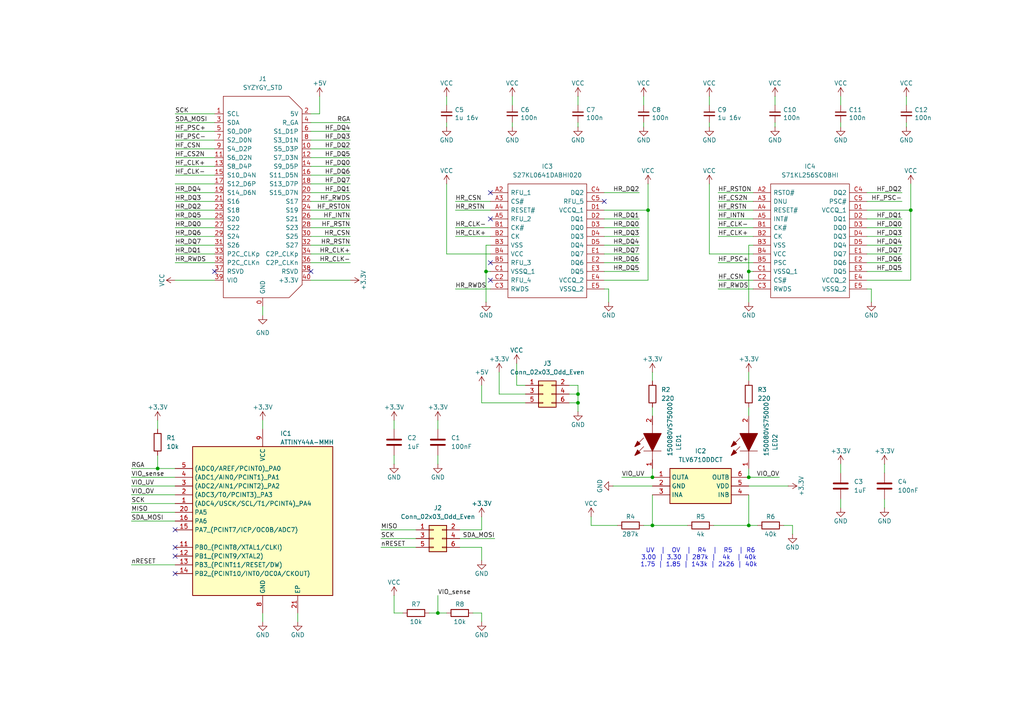
<source format=kicad_sch>
(kicad_sch (version 20231120) (generator "eeschema") (generator_version "8.0")
  (paper "A4")
  (lib_symbols
    (symbol "Connector_Generic:Conn_02x03_Odd_Even" (pin_names (offset 1.016) hide)
      (property "Reference" "J" (at 1.27 5.08 0))
      (property "Value" "Conn_02x03_Odd_Even" (at 1.27 -5.08 0))
      (symbol "Conn_02x03_Odd_Even_1_1"
        (pin passive line (at -5.08 2.54 0) (length 3.81) (name "Pin_1") (number "1"))
        (pin passive line (at 7.62 2.54 180) (length 3.81) (name "Pin_2") (number "2"))
        (pin passive line (at -5.08 0 0) (length 3.81) (name "Pin_3") (number "3"))
        (pin passive line (at 7.62 0 180) (length 3.81) (name "Pin_4") (number "4"))
        (pin passive line (at -5.08 -2.54 0) (length 3.81) (name "Pin_5") (number "5"))
        (pin passive line (at 7.62 -2.54 180) (length 3.81) (name "Pin_6") (number "6"))
      )
    )
    (symbol "Device:C" (pin_numbers hide) (pin_names (offset 0.254))
      (property "Reference" "C" (at 0.635 2.54 0))
      (property "Value" "C" (at 0.635 -2.54 0))
      (symbol "C_1_1"
        (pin passive line (at 0 3.81 270) (length 2.794) (name "~") (number "1"))
        (pin passive line (at 0 -3.81 90) (length 2.794) (name "~") (number "2"))
      )
    )
    (symbol "Device:C_Small" (pin_numbers hide) (pin_names (offset 0.254) hide)
      (property "Reference" "C" (at 0.254 1.778 0))
      (property "Value" "C_Small" (at 0.254 -2.032 0))
      (symbol "C_Small_1_1"
        (pin passive line (at 0 2.54 270) (length 2.032) (name "~") (number "1"))
        (pin passive line (at 0 -2.54 90) (length 2.032) (name "~") (number "2"))
      )
    )
    (symbol "Device:R" (pin_numbers hide) (pin_names (offset 0))
      (property "Reference" "R" (at 2.032 0 90))
      (property "Value" "R" (at 0 0 90))
      (symbol "R_1_1"
        (pin passive line (at 0 3.81 270) (length 1.27) (name "~") (number "1"))
        (pin passive line (at 0 -3.81 90) (length 1.27) (name "~") (number "2"))
      )
    )
    (symbol "GND_1" (power) (pin_numbers hide) (pin_names (offset 0) hide)
      (property "Value" "GND" (at 0 -3.81 0))
      (symbol "GND_1_1_1"
        (pin power_in line (at 0 0 270) (length 0) (name "~") (number "1"))
      )
    )
    (symbol "power:+3.3V" (power) (pin_numbers hide) (pin_names (offset 0) hide)
      (property "Value" "+3.3V" (at 0 3.556 0))
      (symbol "+3.3V_1_1"
        (pin power_in line (at 0 0 90) (length 0) (name "~") (number "1"))
      )
    )
    (symbol "power:+5V" (power) (pin_numbers hide) (pin_names (offset 0) hide)
      (property "Value" "+5V" (at 0 3.556 0))
      (symbol "+5V_1_1"
        (pin power_in line (at 0 0 90) (length 0) (name "~") (number "1"))
      )
    )
    (symbol "power:GND" (power) (pin_numbers hide) (pin_names (offset 0) hide)
      (property "Value" "GND" (at 0 -3.81 0))
      (symbol "GND_1_1"
        (pin power_in line (at 0 0 270) (length 0) (name "~") (number "1"))
      )
    )
    (symbol "power:VCC" (power) (pin_numbers hide) (pin_names (offset 0) hide)
      (property "Value" "VCC" (at 0 3.556 0))
      (symbol "VCC_1_1"
        (pin power_in line (at 0 0 90) (length 0) (name "~") (number "1"))
      )
    )
    (symbol "syzygy-hyperram-hyperflash:150080BS75000" (pin_names (offset 0.762))
      (property "Reference" "LED" (at 12.7 8.89 0))
      (property "Value" "150080BS75000" (at 12.7 6.35 0))
      (symbol "150080BS75000_0_0"
        (pin passive line (at 0 0 0) (length 2.54) (name "~") (number "1"))
        (pin passive line (at 15.24 0 180) (length 2.54) (name "~") (number "2"))
      )
    )
    (symbol "syzygy-hyperram-hyperflash:150080VS75000" (pin_names (offset 0.762))
      (property "Reference" "LED" (at 12.7 8.89 0))
      (property "Value" "150080VS75000" (at 12.7 6.35 0))
      (symbol "150080VS75000_0_0"
        (pin passive line (at 0 0 0) (length 2.54) (name "~") (number "1"))
        (pin passive line (at 15.24 0 180) (length 2.54) (name "~") (number "2"))
      )
    )
    (symbol "syzygy-hyperram-hyperflash:ATTINY44A-MMH"
      (property "Reference" "IC" (at 46.736 11.43 0))
      (property "Value" "ATTINY44A-MMH" (at 46.736 8.89 0))
      (symbol "ATTINY44A-MMH_1_1"
        (pin passive line (at 0 -10.16 0) (length 5.08) (name "(ADC4/USCK/SCL/T1/PCINT4)_PA4") (number "1"))
        (pin passive line (at 0 -22.86 0) (length 5.08) (name "PB0_(PCINT8/XTAL1/CLKI)") (number "11"))
        (pin passive line (at 0 -25.4 0) (length 5.08) (name "PB1_(PCINT9/XTAL2)") (number "12"))
        (pin passive line (at 0 -27.94 0) (length 5.08) (name "PB3_(PCINT11/RESET/DW)") (number "13"))
        (pin passive line (at 0 -30.48 0) (length 5.08) (name "PB2_(PCINT10/INT0/OC0A/CKOUT)") (number "14"))
        (pin passive line (at 0 -17.78 0) (length 5.08) (name "PA7_(PCINT7/ICP/OC0B/ADC7)") (number "15"))
        (pin passive line (at 0 -15.24 0) (length 5.08) (name "PA6") (number "16"))
        (pin passive line (at 0 -7.62 0) (length 5.08) (name "(ADC3/T0/PCINT3)_PA3") (number "2"))
        (pin passive line (at 0 -12.7 0) (length 5.08) (name "PA5") (number "20"))
        (pin passive line (at 35.56 -41.91 90) (length 5.08) (name "EP") (number "21"))
        (pin passive line (at 0 -5.08 0) (length 5.08) (name "(ADC2/AIN1/PCINT2)_PA2") (number "3"))
        (pin passive line (at 0 -2.54 0) (length 5.08) (name "(ADC1/AIN0/PCINT1)_PA1") (number "4"))
        (pin passive line (at 0 0 0) (length 5.08) (name "(ADC0/AREF/PCINT0)_PA0") (number "5"))
        (pin passive line (at 25.4 -41.91 90) (length 5.08) (name "GND") (number "8"))
        (pin passive line (at 25.4 11.43 270) (length 5.08) (name "VCC") (number "9"))
      )
    )
    (symbol "syzygy-hyperram-hyperflash:S26KL128SDABHI020" (pin_names (offset 0.762))
      (property "Reference" "IC" (at 29.21 7.62 0))
      (property "Value" "S26KL128SDABHI020" (at 29.21 5.08 0))
      (symbol "S26KL128SDABHI020_0_0"
        (pin passive line (at 0 0 0) (length 5.08) (name "RSTO#") (number "A2"))
        (pin passive line (at 0 -2.54 0) (length 5.08) (name "DNU") (number "A3"))
        (pin passive line (at 0 -5.08 0) (length 5.08) (name "RESET#") (number "A4"))
        (pin passive line (at 0 -7.62 0) (length 5.08) (name "INT#") (number "A5"))
        (pin passive line (at 0 -10.16 0) (length 5.08) (name "CK#") (number "B1"))
        (pin passive line (at 0 -12.7 0) (length 5.08) (name "CK") (number "B2"))
        (pin passive line (at 0 -15.24 0) (length 5.08) (name "VSS") (number "B3"))
        (pin passive line (at 0 -17.78 0) (length 5.08) (name "VCC") (number "B4"))
        (pin passive line (at 0 -20.32 0) (length 5.08) (name "PSC") (number "B5"))
        (pin passive line (at 0 -22.86 0) (length 5.08) (name "VSSQ_1") (number "C1"))
        (pin passive line (at 0 -25.4 0) (length 5.08) (name "CS#") (number "C2"))
        (pin passive line (at 0 -27.94 0) (length 5.08) (name "RWDS") (number "C3"))
        (pin passive line (at 33.02 0 180) (length 5.08) (name "DQ2") (number "C4"))
        (pin passive line (at 33.02 -2.54 180) (length 5.08) (name "PSC#") (number "C5"))
        (pin passive line (at 33.02 -5.08 180) (length 5.08) (name "VCCQ_1") (number "D1"))
        (pin passive line (at 33.02 -7.62 180) (length 5.08) (name "DQ1") (number "D2"))
        (pin passive line (at 33.02 -10.16 180) (length 5.08) (name "DQ0") (number "D3"))
        (pin passive line (at 33.02 -12.7 180) (length 5.08) (name "DQ3") (number "D4"))
        (pin passive line (at 33.02 -15.24 180) (length 5.08) (name "DQ4") (number "D5"))
        (pin passive line (at 33.02 -17.78 180) (length 5.08) (name "DQ7") (number "E1"))
        (pin passive line (at 33.02 -20.32 180) (length 5.08) (name "DQ6") (number "E2"))
        (pin passive line (at 33.02 -22.86 180) (length 5.08) (name "DQ5") (number "E3"))
        (pin passive line (at 33.02 -25.4 180) (length 5.08) (name "VCCQ_2") (number "E4"))
        (pin passive line (at 33.02 -27.94 180) (length 5.08) (name "VSSQ_2") (number "E5"))
      )
    )
    (symbol "syzygy-hyperram-hyperflash:S27KL0641DABHI020" (pin_names (offset 0.762))
      (property "Reference" "IC" (at 29.21 7.62 0))
      (property "Value" "S27KL0641DABHI020" (at 29.21 5.08 0))
      (symbol "S27KL0641DABHI020_0_0"
        (pin passive line (at 0 0 0) (length 5.08) (name "RFU_1") (number "A2"))
        (pin passive line (at 0 -2.54 0) (length 5.08) (name "CS#") (number "A3"))
        (pin passive line (at 0 -5.08 0) (length 5.08) (name "RESET#") (number "A4"))
        (pin passive line (at 0 -7.62 0) (length 5.08) (name "RFU_2") (number "A5"))
        (pin passive line (at 0 -10.16 0) (length 5.08) (name "CK#") (number "B1"))
        (pin passive line (at 0 -12.7 0) (length 5.08) (name "CK") (number "B2"))
        (pin power_in line (at 0 -15.24 0) (length 5.08) (name "VSS") (number "B3"))
        (pin power_in line (at 0 -17.78 0) (length 5.08) (name "VCC") (number "B4"))
        (pin passive line (at 0 -20.32 0) (length 5.08) (name "RFU_3") (number "B5"))
        (pin power_in line (at 0 -22.86 0) (length 5.08) (name "VSSQ_1") (number "C1"))
        (pin passive line (at 0 -25.4 0) (length 5.08) (name "RFU_4") (number "C2"))
        (pin passive line (at 0 -27.94 0) (length 5.08) (name "RWDS") (number "C3"))
        (pin passive line (at 33.02 0 180) (length 5.08) (name "DQ2") (number "C4"))
        (pin passive line (at 33.02 -2.54 180) (length 5.08) (name "RFU_5") (number "C5"))
        (pin power_in line (at 33.02 -5.08 180) (length 5.08) (name "VCCQ_1") (number "D1"))
        (pin passive line (at 33.02 -7.62 180) (length 5.08) (name "DQ1") (number "D2"))
        (pin passive line (at 33.02 -10.16 180) (length 5.08) (name "DQ0") (number "D3"))
        (pin passive line (at 33.02 -12.7 180) (length 5.08) (name "DQ3") (number "D4"))
        (pin passive line (at 33.02 -15.24 180) (length 5.08) (name "DQ4") (number "D5"))
        (pin passive line (at 33.02 -17.78 180) (length 5.08) (name "DQ7") (number "E1"))
        (pin passive line (at 33.02 -20.32 180) (length 5.08) (name "DQ6") (number "E2"))
        (pin passive line (at 33.02 -22.86 180) (length 5.08) (name "DQ5") (number "E3"))
        (pin power_in line (at 33.02 -25.4 180) (length 5.08) (name "VCCQ_2") (number "E4"))
        (pin power_in line (at 33.02 -27.94 180) (length 5.08) (name "VSSQ_2") (number "E5"))
      )
    )
    (symbol "syzygy-hyperram-hyperflash:SYZYGY_STD" (pin_names (offset 1.016))
      (property "Reference" "J" (at -10.16 30.48 0))
      (property "Value" "SYZYGY_STD" (at -10.16 27.94 0))
      (symbol "SYZYGY_STD_1_1"
        (pin passive line (at 0 -34.29 90) (length 2.54) (name "GND") (number "0"))
        (pin passive line (at -13.97 21.59 0) (length 2.54) (name "SCL") (number "1"))
        (pin passive line (at 13.97 11.43 180) (length 2.54) (name "S5_D3P") (number "10"))
        (pin passive line (at -13.97 8.89 0) (length 2.54) (name "S6_D2N") (number "11"))
        (pin passive line (at 13.97 8.89 180) (length 2.54) (name "S7_D3N") (number "12"))
        (pin passive line (at -13.97 6.35 0) (length 2.54) (name "S8_D4P") (number "13"))
        (pin passive line (at 13.97 6.35 180) (length 2.54) (name "S9_D5P") (number "14"))
        (pin passive line (at -13.97 3.81 0) (length 2.54) (name "S10_D4N") (number "15"))
        (pin passive line (at 13.97 3.81 180) (length 2.54) (name "S11_D5N") (number "16"))
        (pin passive line (at -13.97 1.27 0) (length 2.54) (name "S12_D6P") (number "17"))
        (pin passive line (at 13.97 1.27 180) (length 2.54) (name "S13_D7P") (number "18"))
        (pin passive line (at -13.97 -1.27 0) (length 2.54) (name "S14_D6N") (number "19"))
        (pin power_out line (at 13.97 21.59 180) (length 2.54) (name "5V") (number "2"))
        (pin passive line (at 13.97 -1.27 180) (length 2.54) (name "S15_D7N") (number "20"))
        (pin passive line (at -13.97 -3.81 0) (length 2.54) (name "S16") (number "21"))
        (pin passive line (at 13.97 -3.81 180) (length 2.54) (name "S17") (number "22"))
        (pin passive line (at -13.97 -6.35 0) (length 2.54) (name "S18") (number "23"))
        (pin passive line (at 13.97 -6.35 180) (length 2.54) (name "S19") (number "24"))
        (pin passive line (at -13.97 -8.89 0) (length 2.54) (name "S20") (number "25"))
        (pin passive line (at 13.97 -8.89 180) (length 2.54) (name "S21") (number "26"))
        (pin passive line (at -13.97 -11.43 0) (length 2.54) (name "S22") (number "27"))
        (pin passive line (at 13.97 -11.43 180) (length 2.54) (name "S23") (number "28"))
        (pin passive line (at -13.97 -13.97 0) (length 2.54) (name "S24") (number "29"))
        (pin passive line (at -13.97 19.05 0) (length 2.54) (name "SDA") (number "3"))
        (pin passive line (at 13.97 -13.97 180) (length 2.54) (name "S25") (number "30"))
        (pin passive line (at -13.97 -16.51 0) (length 2.54) (name "S26") (number "31"))
        (pin passive line (at 13.97 -16.51 180) (length 2.54) (name "S27") (number "32"))
        (pin passive line (at -13.97 -19.05 0) (length 2.54) (name "P2C_CLKp") (number "33"))
        (pin passive line (at 13.97 -19.05 180) (length 2.54) (name "C2P_CLKp") (number "34"))
        (pin passive line (at -13.97 -21.59 0) (length 2.54) (name "P2C_CLKn") (number "35"))
        (pin passive line (at 13.97 -21.59 180) (length 2.54) (name "C2P_CLKn") (number "36"))
        (pin passive line (at -13.97 -24.13 0) (length 2.54) (name "RSVD") (number "37"))
        (pin passive line (at 13.97 -24.13 180) (length 2.54) (name "RSVD") (number "38"))
        (pin power_out line (at -13.97 -26.67 0) (length 2.54) (name "VIO") (number "39"))
        (pin passive line (at 13.97 19.05 180) (length 2.54) (name "R_GA") (number "4"))
        (pin power_out line (at 13.97 -26.67 180) (length 2.54) (name "+3.3V") (number "40"))
        (pin passive line (at -13.97 16.51 0) (length 2.54) (name "S0_D0P") (number "5"))
        (pin passive line (at 13.97 16.51 180) (length 2.54) (name "S1_D1P") (number "6"))
        (pin passive line (at -13.97 13.97 0) (length 2.54) (name "S2_D0N") (number "7"))
        (pin passive line (at 13.97 13.97 180) (length 2.54) (name "S3_D1N") (number "8"))
        (pin passive line (at -13.97 11.43 0) (length 2.54) (name "S4_D2P") (number "9"))
      )
    )
    (symbol "syzygy-hyperram-hyperflash:TLV6710DDCT"
      (property "Reference" "IC" (at 24.13 7.62 0))
      (property "Value" "TLV6710DDCT" (at 24.13 5.08 0))
      (symbol "TLV6710DDCT_1_1"
        (pin passive line (at 0 0 0) (length 5.08) (name "OUTA") (number "1"))
        (pin passive line (at 0 -2.54 0) (length 5.08) (name "GND") (number "2"))
        (pin passive line (at 0 -5.08 0) (length 5.08) (name "INA") (number "3"))
        (pin passive line (at 27.94 -5.08 180) (length 5.08) (name "INB") (number "4"))
        (pin passive line (at 27.94 -2.54 180) (length 5.08) (name "VDD") (number "5"))
        (pin passive line (at 27.94 0 180) (length 5.08) (name "OUTB") (number "6"))
      )
    )
  )
  (junction (at 189.23 152.4))
  (junction (at 187.96 60.96))
  (junction (at 217.17 138.43))
  (junction (at 140.97 78.74))
  (junction (at 264.16 60.96))
  (junction (at 167.64 114.3))
  (junction (at 217.17 152.4))
  (junction (at 167.64 116.84))
  (junction (at 127 177.8))
  (junction (at 189.23 138.43))
  (junction (at 45.72 135.89))
  (junction (at 217.17 78.74))
  (no_connect (at 142.24 76.2))
  (no_connect (at 175.26 58.42))
  (no_connect (at 50.8 161.29))
  (no_connect (at 50.8 158.75))
  (no_connect (at 50.8 153.67))
  (no_connect (at 142.24 55.88))
  (no_connect (at 142.24 81.28))
  (no_connect (at 90.17 78.74))
  (no_connect (at 50.8 166.37))
  (no_connect (at 62.23 78.74))
  (no_connect (at 142.24 63.5))
  (wire (pts (xy 167.64 116.84) (xy 167.64 119.38)))
  (wire (pts (xy 139.7 111.76) (xy 139.7 116.84)))
  (wire (pts (xy 76.2 88.9) (xy 76.2 91.44)))
  (wire (pts (xy 132.08 66.04) (xy 142.24 66.04)))
  (wire (pts (xy 167.64 111.76) (xy 167.64 114.3)))
  (wire (pts (xy 90.17 71.12) (xy 101.6 71.12)))
  (wire (pts (xy 208.28 58.42) (xy 218.44 58.42)))
  (wire (pts (xy 177.8 140.97) (xy 189.23 140.97)))
  (wire (pts (xy 90.17 55.88) (xy 101.6 55.88)))
  (wire (pts (xy 90.17 66.04) (xy 101.6 66.04)))
  (wire (pts (xy 38.1 138.43) (xy 50.8 138.43)))
  (wire (pts (xy 114.3 121.92) (xy 114.3 124.46)))
  (wire (pts (xy 38.1 148.59) (xy 50.8 148.59)))
  (wire (pts (xy 217.17 78.74) (xy 217.17 87.63)))
  (wire (pts (xy 217.17 140.97) (xy 228.6 140.97)))
  (wire (pts (xy 256.54 134.62) (xy 256.54 137.16)))
  (wire (pts (xy 90.17 48.26) (xy 101.6 48.26)))
  (wire (pts (xy 176.53 83.82) (xy 175.26 83.82)))
  (wire (pts (xy 175.26 78.74) (xy 185.42 78.74)))
  (wire (pts (xy 165.1 116.84) (xy 167.64 116.84)))
  (wire (pts (xy 262.89 27.94) (xy 262.89 30.48)))
  (wire (pts (xy 189.23 118.11) (xy 189.23 120.65)))
  (wire (pts (xy 90.17 35.56) (xy 101.6 35.56)))
  (wire (pts (xy 187.96 60.96) (xy 187.96 81.28)))
  (wire (pts (xy 50.8 33.02) (xy 62.23 33.02)))
  (wire (pts (xy 243.84 35.56) (xy 243.84 36.83)))
  (wire (pts (xy 175.26 68.58) (xy 185.42 68.58)))
  (wire (pts (xy 251.46 63.5) (xy 261.62 63.5)))
  (wire (pts (xy 205.74 73.66) (xy 218.44 73.66)))
  (wire (pts (xy 165.1 114.3) (xy 167.64 114.3)))
  (wire (pts (xy 205.74 53.34) (xy 205.74 73.66)))
  (wire (pts (xy 90.17 76.2) (xy 101.6 76.2)))
  (wire (pts (xy 144.78 107.95) (xy 144.78 114.3)))
  (wire (pts (xy 50.8 73.66) (xy 62.23 73.66)))
  (wire (pts (xy 252.73 83.82) (xy 251.46 83.82)))
  (wire (pts (xy 252.73 87.63) (xy 252.73 83.82)))
  (wire (pts (xy 127 172.72) (xy 127 177.8)))
  (wire (pts (xy 129.54 73.66) (xy 142.24 73.66)))
  (wire (pts (xy 139.7 116.84) (xy 152.4 116.84)))
  (wire (pts (xy 110.49 158.75) (xy 120.65 158.75)))
  (wire (pts (xy 256.54 144.78) (xy 256.54 147.32)))
  (wire (pts (xy 217.17 143.51) (xy 217.17 152.4)))
  (wire (pts (xy 38.1 135.89) (xy 45.72 135.89)))
  (wire (pts (xy 50.8 81.28) (xy 62.23 81.28)))
  (wire (pts (xy 167.64 27.94) (xy 167.64 30.48)))
  (wire (pts (xy 171.45 152.4) (xy 179.07 152.4)))
  (wire (pts (xy 175.26 60.96) (xy 187.96 60.96)))
  (wire (pts (xy 208.28 60.96) (xy 218.44 60.96)))
  (wire (pts (xy 90.17 60.96) (xy 101.6 60.96)))
  (wire (pts (xy 180.34 138.43) (xy 189.23 138.43)))
  (wire (pts (xy 251.46 76.2) (xy 261.62 76.2)))
  (wire (pts (xy 189.23 107.95) (xy 189.23 110.49)))
  (wire (pts (xy 110.49 153.67) (xy 120.65 153.67)))
  (wire (pts (xy 90.17 43.18) (xy 101.6 43.18)))
  (wire (pts (xy 186.69 35.56) (xy 186.69 36.83)))
  (wire (pts (xy 217.17 71.12) (xy 217.17 78.74)))
  (wire (pts (xy 140.97 78.74) (xy 140.97 87.63)))
  (wire (pts (xy 50.8 53.34) (xy 62.23 53.34)))
  (wire (pts (xy 142.24 78.74) (xy 140.97 78.74)))
  (wire (pts (xy 149.86 105.41) (xy 149.86 111.76)))
  (wire (pts (xy 50.8 66.04) (xy 62.23 66.04)))
  (wire (pts (xy 227.33 152.4) (xy 229.87 152.4)))
  (wire (pts (xy 86.36 177.8) (xy 86.36 180.34)))
  (wire (pts (xy 207.01 152.4) (xy 217.17 152.4)))
  (wire (pts (xy 50.8 45.72) (xy 62.23 45.72)))
  (wire (pts (xy 243.84 27.94) (xy 243.84 30.48)))
  (wire (pts (xy 137.16 177.8) (xy 139.7 177.8)))
  (wire (pts (xy 133.35 153.67) (xy 139.7 153.67)))
  (wire (pts (xy 208.28 55.88) (xy 218.44 55.88)))
  (wire (pts (xy 76.2 177.8) (xy 76.2 180.34)))
  (wire (pts (xy 90.17 38.1) (xy 101.6 38.1)))
  (wire (pts (xy 171.45 152.4) (xy 171.45 149.86)))
  (wire (pts (xy 139.7 158.75) (xy 139.7 162.56)))
  (wire (pts (xy 229.87 152.4) (xy 229.87 154.94)))
  (wire (pts (xy 50.8 40.64) (xy 62.23 40.64)))
  (wire (pts (xy 142.24 71.12) (xy 140.97 71.12)))
  (wire (pts (xy 50.8 50.8) (xy 62.23 50.8)))
  (wire (pts (xy 208.28 68.58) (xy 218.44 68.58)))
  (wire (pts (xy 224.79 35.56) (xy 224.79 36.83)))
  (wire (pts (xy 50.8 48.26) (xy 62.23 48.26)))
  (wire (pts (xy 38.1 140.97) (xy 50.8 140.97)))
  (wire (pts (xy 129.54 27.94) (xy 129.54 30.48)))
  (wire (pts (xy 251.46 81.28) (xy 264.16 81.28)))
  (wire (pts (xy 90.17 50.8) (xy 101.6 50.8)))
  (wire (pts (xy 205.74 27.94) (xy 205.74 30.48)))
  (wire (pts (xy 208.28 66.04) (xy 218.44 66.04)))
  (wire (pts (xy 175.26 55.88) (xy 185.42 55.88)))
  (wire (pts (xy 218.44 71.12) (xy 217.17 71.12)))
  (wire (pts (xy 50.8 38.1) (xy 62.23 38.1)))
  (wire (pts (xy 264.16 60.96) (xy 264.16 81.28)))
  (wire (pts (xy 50.8 55.88) (xy 62.23 55.88)))
  (wire (pts (xy 167.64 35.56) (xy 167.64 36.83)))
  (wire (pts (xy 50.8 68.58) (xy 62.23 68.58)))
  (wire (pts (xy 76.2 121.92) (xy 76.2 124.46)))
  (wire (pts (xy 90.17 33.02) (xy 92.71 33.02)))
  (wire (pts (xy 189.23 152.4) (xy 186.69 152.4)))
  (wire (pts (xy 218.44 78.74) (xy 217.17 78.74)))
  (wire (pts (xy 50.8 35.56) (xy 62.23 35.56)))
  (wire (pts (xy 90.17 63.5) (xy 101.6 63.5)))
  (wire (pts (xy 217.17 152.4) (xy 219.71 152.4)))
  (wire (pts (xy 129.54 53.34) (xy 129.54 73.66)))
  (wire (pts (xy 90.17 40.64) (xy 101.6 40.64)))
  (wire (pts (xy 205.74 35.56) (xy 205.74 36.83)))
  (wire (pts (xy 217.17 118.11) (xy 217.17 120.65)))
  (wire (pts (xy 224.79 27.94) (xy 224.79 30.48)))
  (wire (pts (xy 38.1 151.13) (xy 50.8 151.13)))
  (wire (pts (xy 217.17 138.43) (xy 226.06 138.43)))
  (wire (pts (xy 251.46 60.96) (xy 264.16 60.96)))
  (wire (pts (xy 208.28 81.28) (xy 218.44 81.28)))
  (wire (pts (xy 175.26 66.04) (xy 185.42 66.04)))
  (wire (pts (xy 189.23 143.51) (xy 189.23 152.4)))
  (wire (pts (xy 92.71 33.02) (xy 92.71 27.94)))
  (wire (pts (xy 175.26 63.5) (xy 185.42 63.5)))
  (wire (pts (xy 208.28 63.5) (xy 218.44 63.5)))
  (wire (pts (xy 187.96 53.34) (xy 187.96 60.96)))
  (wire (pts (xy 208.28 76.2) (xy 218.44 76.2)))
  (wire (pts (xy 50.8 71.12) (xy 62.23 71.12)))
  (wire (pts (xy 251.46 55.88) (xy 261.62 55.88)))
  (wire (pts (xy 50.8 60.96) (xy 62.23 60.96)))
  (wire (pts (xy 149.86 111.76) (xy 152.4 111.76)))
  (wire (pts (xy 175.26 76.2) (xy 185.42 76.2)))
  (wire (pts (xy 90.17 53.34) (xy 101.6 53.34)))
  (wire (pts (xy 90.17 58.42) (xy 101.6 58.42)))
  (wire (pts (xy 38.1 143.51) (xy 50.8 143.51)))
  (wire (pts (xy 127 177.8) (xy 129.54 177.8)))
  (wire (pts (xy 132.08 60.96) (xy 142.24 60.96)))
  (wire (pts (xy 251.46 78.74) (xy 261.62 78.74)))
  (wire (pts (xy 129.54 35.56) (xy 129.54 36.83)))
  (wire (pts (xy 262.89 35.56) (xy 262.89 36.83)))
  (wire (pts (xy 175.26 73.66) (xy 185.42 73.66)))
  (wire (pts (xy 167.64 114.3) (xy 167.64 116.84)))
  (wire (pts (xy 243.84 144.78) (xy 243.84 147.32)))
  (wire (pts (xy 148.59 27.94) (xy 148.59 30.48)))
  (wire (pts (xy 132.08 58.42) (xy 142.24 58.42)))
  (wire (pts (xy 175.26 71.12) (xy 185.42 71.12)))
  (wire (pts (xy 186.69 27.94) (xy 186.69 30.48)))
  (wire (pts (xy 251.46 66.04) (xy 261.62 66.04)))
  (wire (pts (xy 90.17 73.66) (xy 101.6 73.66)))
  (wire (pts (xy 110.49 156.21) (xy 120.65 156.21)))
  (wire (pts (xy 165.1 111.76) (xy 167.64 111.76)))
  (wire (pts (xy 38.1 163.83) (xy 50.8 163.83)))
  (wire (pts (xy 127 132.08) (xy 127 134.62)))
  (wire (pts (xy 114.3 177.8) (xy 116.84 177.8)))
  (wire (pts (xy 50.8 76.2) (xy 62.23 76.2)))
  (wire (pts (xy 114.3 172.72) (xy 114.3 177.8)))
  (wire (pts (xy 90.17 45.72) (xy 101.6 45.72)))
  (wire (pts (xy 132.08 83.82) (xy 142.24 83.82)))
  (wire (pts (xy 45.72 135.89) (xy 50.8 135.89)))
  (wire (pts (xy 189.23 152.4) (xy 199.39 152.4)))
  (wire (pts (xy 139.7 153.67) (xy 139.7 149.86)))
  (wire (pts (xy 208.28 83.82) (xy 218.44 83.82)))
  (wire (pts (xy 176.53 87.63) (xy 176.53 83.82)))
  (wire (pts (xy 45.72 132.08) (xy 45.72 135.89)))
  (wire (pts (xy 50.8 63.5) (xy 62.23 63.5)))
  (wire (pts (xy 132.08 68.58) (xy 142.24 68.58)))
  (wire (pts (xy 189.23 135.89) (xy 189.23 138.43)))
  (wire (pts (xy 133.35 158.75) (xy 139.7 158.75)))
  (wire (pts (xy 50.8 43.18) (xy 62.23 43.18)))
  (wire (pts (xy 251.46 58.42) (xy 261.62 58.42)))
  (wire (pts (xy 127 121.92) (xy 127 124.46)))
  (wire (pts (xy 90.17 68.58) (xy 101.6 68.58)))
  (wire (pts (xy 124.46 177.8) (xy 127 177.8)))
  (wire (pts (xy 264.16 53.34) (xy 264.16 60.96)))
  (wire (pts (xy 50.8 58.42) (xy 62.23 58.42)))
  (wire (pts (xy 133.35 156.21) (xy 143.51 156.21)))
  (wire (pts (xy 217.17 135.89) (xy 217.17 138.43)))
  (wire (pts (xy 140.97 71.12) (xy 140.97 78.74)))
  (wire (pts (xy 148.59 35.56) (xy 148.59 36.83)))
  (wire (pts (xy 251.46 71.12) (xy 261.62 71.12)))
  (wire (pts (xy 251.46 68.58) (xy 261.62 68.58)))
  (wire (pts (xy 114.3 132.08) (xy 114.3 134.62)))
  (wire (pts (xy 175.26 81.28) (xy 187.96 81.28)))
  (wire (pts (xy 90.17 81.28) (xy 101.6 81.28)))
  (wire (pts (xy 217.17 107.95) (xy 217.17 110.49)))
  (wire (pts (xy 45.72 121.92) (xy 45.72 124.46)))
  (wire (pts (xy 38.1 146.05) (xy 50.8 146.05)))
  (wire (pts (xy 243.84 134.62) (xy 243.84 137.16)))
  (wire (pts (xy 144.78 114.3) (xy 152.4 114.3)))
  (wire (pts (xy 139.7 177.8) (xy 139.7 180.34)))
  (wire (pts (xy 251.46 73.66) (xy 261.62 73.66)))
  (text " UV  |  OV  |  R4  |  R5  | R6\n3.00 | 3.30 | 287k |  4k  | 40k\n1.75 | 1.85 | 143k | 2k26 | 40k\n" (at 202.692 161.798 0) (effects (font (size 1.27 1.27))))
  (label "HF_DQ4" (at 101.6 38.1 180))
  (label "HF_DQ7" (at 261.62 73.66 180))
  (label "HR_DQ5" (at 185.42 78.74 180))
  (label "VIO_OV" (at 226.06 138.43 180))
  (label "HF_CLK+" (at 50.8 48.26 0))
  (label "HR_CLK+" (at 132.08 68.58 0))
  (label "HF_DQ3" (at 101.6 40.64 180))
  (label "HF_CSN" (at 50.8 43.18 0))
  (label "HR_DQ4" (at 185.42 71.12 180))
  (label "HR_CSN" (at 132.08 58.42 0))
  (label "HF_CS2N" (at 208.28 58.42 0))
  (label "HR_DQ0" (at 185.42 66.04 180))
  (label "HR_RSTN" (at 132.08 60.96 0))
  (label "HF_RSTON" (at 101.6 60.96 180))
  (label "HF_DQ3" (at 261.62 68.58 180))
  (label "HF_DQ1" (at 261.62 63.5 180))
  (label "HF_RWDS" (at 101.6 58.42 180))
  (label "HF_RSTN" (at 101.6 66.04 180))
  (label "SCK" (at 110.49 156.21 0))
  (label "VIO_sense" (at 38.1 138.43 0))
  (label "VIO_UV" (at 38.1 140.97 0))
  (label "HF_CLK-" (at 208.28 66.04 0))
  (label "HR_RWDS" (at 132.08 83.82 0))
  (label "HF_DQ4" (at 261.62 71.12 180))
  (label "HF_PSC+" (at 50.8 38.1 0))
  (label "HF_INTN" (at 208.28 63.5 0))
  (label "MISO" (at 110.49 153.67 0))
  (label "HF_DQ6" (at 261.62 76.2 180))
  (label "VIO_OV" (at 38.1 143.51 0))
  (label "HR_DQ2" (at 50.8 60.96 0))
  (label "HF_CSN" (at 208.28 81.28 0))
  (label "HF_RSTON" (at 208.28 55.88 0))
  (label "HF_DQ1" (at 101.6 55.88 180))
  (label "HF_PSC+" (at 208.28 76.2 0))
  (label "SCK" (at 38.1 146.05 0))
  (label "SDA_MOSI" (at 38.1 151.13 0))
  (label "HF_DQ2" (at 261.62 55.88 180))
  (label "VIO_sense" (at 127 172.72 0))
  (label "HR_DQ6" (at 185.42 76.2 180))
  (label "HR_DQ3" (at 185.42 68.58 180))
  (label "HR_RSTN" (at 101.6 71.12 180))
  (label "HR_DQ1" (at 185.42 63.5 180))
  (label "HR_DQ2" (at 185.42 55.88 180))
  (label "RGA" (at 38.1 135.89 0))
  (label "RGA" (at 101.6 35.56 180))
  (label "SDA_MOSI" (at 50.8 35.56 0))
  (label "HF_DQ7" (at 101.6 53.34 180))
  (label "HR_CSN" (at 101.6 68.58 180))
  (label "SDA_MOSI" (at 143.51 156.21 180))
  (label "MISO" (at 38.1 148.59 0))
  (label "HF_DQ5" (at 101.6 45.72 180))
  (label "HR_CLK+" (at 101.6 73.66 180))
  (label "HF_PSC-" (at 50.8 40.64 0))
  (label "HF_DQ2" (at 101.6 43.18 180))
  (label "nRESET" (at 110.49 158.75 0))
  (label "HF_DQ6" (at 101.6 50.8 180))
  (label "HF_RSTN" (at 208.28 60.96 0))
  (label "HR_CLK-" (at 132.08 66.04 0))
  (label "HF_RWDS" (at 208.28 83.82 0))
  (label "nRESET" (at 38.1 163.83 0))
  (label "HF_INTN" (at 101.6 63.5 180))
  (label "HF_CS2N" (at 50.8 45.72 0))
  (label "SCK" (at 50.8 33.02 0))
  (label "HR_DQ5" (at 50.8 63.5 0))
  (label "HR_DQ3" (at 50.8 58.42 0))
  (label "HF_CLK-" (at 50.8 50.8 0))
  (label "HR_DQ0" (at 50.8 66.04 0))
  (label "HR_DQ1" (at 50.8 73.66 0))
  (label "HR_DQ4" (at 50.8 55.88 0))
  (label "HR_DQ6" (at 50.8 68.58 0))
  (label "HF_DQ5" (at 261.62 78.74 180))
  (label "HR_DQ7" (at 50.8 71.12 0))
  (label "VIO_UV" (at 180.34 138.43 0))
  (label "HF_DQ0" (at 101.6 48.26 180))
  (label "HR_CLK-" (at 101.6 76.2 180))
  (label "HR_DQ7" (at 185.42 73.66 180))
  (label "HF_PSC-" (at 261.62 58.42 180))
  (label "HF_CLK+" (at 208.28 68.58 0))
  (label "HR_RWDS" (at 50.8 76.2 0))
  (label "HF_DQ0" (at 261.62 66.04 180))
  (symbol (lib_name "GND_1") (lib_id "power:GND") (at 176.53 87.63 0) (unit 1)
    (property "Reference" "#PWR026" (effects (hide yes)))
    (property "Value" "GND" (at 176.53 91.44 0))
    (property "Description" "Power symbol creates a global label with name \"GND\" , ground" (effects (hide yes)))
  )
  (symbol (lib_id "power:GND") (at 139.7 180.34 0) (unit 1)
    (property "Reference" "#PWR023" (effects (hide yes)))
    (property "Value" "GND" (at 139.7 184.15 0))
    (property "Description" "Power symbol creates a global label with name \"GND\" , ground" (effects (hide yes)))
  )
  (symbol (lib_id "power:+3.3V") (at 45.72 121.92 0) (unit 1)
    (property "Reference" "#PWR03" (effects (hide yes)))
    (property "Value" "+3.3V" (at 45.72 118.11 0))
    (property "Description" "Power symbol creates a global label with name \"+3.3V\"" (effects (hide yes)))
  )
  (symbol (lib_id "syzygy-hyperram-hyperflash:S26KL128SDABHI020") (at 218.44 55.88 0) (unit 1)
    (property "Reference" "IC4" (at 234.95 48.26 0))
    (property "Value" "S71KL256SC0BHI" (at 234.95 50.8 0))
    (property "Footprint" "BGA24C100P5X5_600X800X100" (effects (hide yes)))
    (property "Datasheet" "https://www.cypress.com/file/213346/download" (effects (hide yes)))
    (property "Description" "NOR Flash Nor" (effects (hide yes)))
    (property "Height" "1" (effects (hide yes)))
    (property "Mouser Part Number" "727-S26KL128SDABHI02" (effects (hide yes)))
    (property "Mouser Price/Stock" "https://www.mouser.co.uk/ProductDetail/Cypress-Semiconductor/S26KL128SDABHI020?qs=oeTp6q%252Bm7GMEHKDcBIxfzA%3D%3D" (effects (hide yes)))
    (property "Manufacturer_Name" "Cypress Semiconductor" (effects (hide yes)))
    (property "Manufacturer_Part_Number" "S26KL128SDABHI020" (effects (hide yes)))
  )
  (symbol (lib_id "power:+3.3V") (at 127 121.92 0) (unit 1)
    (property "Reference" "#PWR09" (effects (hide yes)))
    (property "Value" "+3.3V" (at 127 118.11 0))
    (property "Description" "Power symbol creates a global label with name \"+3.3V\"" (effects (hide yes)))
  )
  (symbol (lib_id "power:+5V") (at 92.71 27.94 0) (unit 1)
    (property "Reference" "#PWR013" (effects (hide yes)))
    (property "Value" "+5V" (at 92.71 24.13 0))
    (property "Description" "Power symbol creates a global label with name \"+5V\"" (effects (hide yes)))
  )
  (symbol (lib_id "Device:C_Small") (at 262.89 33.02 0) (unit 1)
    (property "Reference" "C12" (at 265.2268 31.8516 0) (effects (justify left)))
    (property "Value" "100n" (at 265.2268 34.163 0) (effects (justify left)))
    (property "Footprint" "Capacitor_SMD:C_0603_1608Metric_Pad1.08x0.95mm_HandSolder" (effects (hide yes)))
    (property "Part" "CGA3E2X7R1H223K080AA" (effects (hide yes)))
  )
  (symbol (lib_id "power:+3.3V") (at 101.6 81.28 270) (unit 1)
    (property "Reference" "#PWR012" (effects (hide yes)))
    (property "Value" "+3.3V" (at 105.41 81.28 0))
    (property "Description" "Power symbol creates a global label with name \"+3.3V\"" (effects (hide yes)))
  )
  (symbol (lib_name "GND_1") (lib_id "power:GND") (at 217.17 87.63 0) (unit 1)
    (property "Reference" "#PWR029" (effects (hide yes)))
    (property "Value" "GND" (at 217.17 91.44 0))
    (property "Description" "Power symbol creates a global label with name \"GND\" , ground" (effects (hide yes)))
  )
  (symbol (lib_id "power:VCC") (at 262.89 27.94 0) (unit 1)
    (property "Reference" "#PWR040" (effects (hide yes)))
    (property "Value" "VCC" (at 262.89 24.13 0))
    (property "Description" "Power symbol creates a global label with name \"VCC\"" (effects (hide yes)))
  )
  (symbol (lib_id "Device:C") (at 256.54 140.97 0) (unit 1)
    (property "Reference" "C4" (at 260.35 139.6999 0) (effects (justify left)))
    (property "Value" "100nF" (at 260.35 142.2399 0) (effects (justify left)))
    (property "Footprint" "Capacitor_SMD:C_0603_1608Metric_Pad1.08x0.95mm_HandSolder" (effects (hide yes)))
    (property "Description" "CGA3E2X7R1H223K080AA" (effects (hide yes)))
  )
  (symbol (lib_id "power:GND") (at 86.36 180.34 0) (unit 1)
    (property "Reference" "#PWR04" (effects (hide yes)))
    (property "Value" "GND" (at 86.36 184.15 0))
    (property "Description" "Power symbol creates a global label with name \"GND\" , ground" (effects (hide yes)))
  )
  (symbol (lib_id "power:VCC") (at 149.86 105.41 0) (unit 1)
    (property "Reference" "#PWR051" (effects (hide yes)))
    (property "Value" "VCC" (at 149.86 101.6 0))
    (property "Description" "Power symbol creates a global label with name \"VCC\"" (effects (hide yes)))
  )
  (symbol (lib_name "GND_1") (lib_id "power:GND") (at 252.73 87.63 0) (unit 1)
    (property "Reference" "#PWR030" (effects (hide yes)))
    (property "Value" "GND" (at 252.73 91.44 0))
    (property "Description" "Power symbol creates a global label with name \"GND\" , ground" (effects (hide yes)))
  )
  (symbol (lib_id "Device:R") (at 45.72 128.27 0) (unit 1)
    (property "Reference" "R1" (at 48.26 126.9999 0) (effects (justify left)))
    (property "Value" "10k" (at 48.26 129.5399 0) (effects (justify left)))
    (property "Footprint" "Resistor_SMD:R_0603_1608Metric_Pad0.98x0.95mm_HandSolder" (effects (hide yes)))
    (property "Description" "Resistor" (effects (hide yes)))
  )
  (symbol (lib_id "power:VCC") (at 187.96 53.34 0) (unit 1)
    (property "Reference" "#PWR027" (effects (hide yes)))
    (property "Value" "VCC" (at 187.96 49.53 0))
    (property "Description" "Power symbol creates a global label with name \"VCC\"" (effects (hide yes)))
  )
  (symbol (lib_id "power:+5V") (at 139.7 111.76 0) (unit 1)
    (property "Reference" "#PWR054" (effects (hide yes)))
    (property "Value" "+5V" (at 139.7 107.95 0))
    (property "Description" "Power symbol creates a global label with name \"+5V\"" (effects (hide yes)))
  )
  (symbol (lib_id "power:+3.3V") (at 139.7 149.86 0) (unit 1)
    (property "Reference" "#PWR010" (effects (hide yes)))
    (property "Value" "+3.3V" (at 139.7 146.05 0))
    (property "Description" "Power symbol creates a global label with name \"+3.3V\"" (effects (hide yes)))
  )
  (symbol (lib_id "power:VCC") (at 171.45 149.86 0) (unit 1)
    (property "Reference" "#PWR050" (effects (hide yes)))
    (property "Value" "VCC" (at 171.45 146.05 0))
    (property "Description" "Power symbol creates a global label with name \"VCC\"" (effects (hide yes)))
  )
  (symbol (lib_id "power:GND") (at 127 134.62 0) (unit 1)
    (property "Reference" "#PWR06" (effects (hide yes)))
    (property "Value" "GND" (at 127 138.43 0))
    (property "Description" "Power symbol creates a global label with name \"GND\" , ground" (effects (hide yes)))
  )
  (symbol (lib_id "power:VCC") (at 114.3 172.72 0) (unit 1)
    (property "Reference" "#PWR049" (effects (hide yes)))
    (property "Value" "VCC" (at 114.3 168.91 0))
    (property "Description" "Power symbol creates a global label with name \"VCC\"" (effects (hide yes)))
  )
  (symbol (lib_id "power:GND") (at 139.7 162.56 0) (unit 1)
    (property "Reference" "#PWR05" (effects (hide yes)))
    (property "Value" "GND" (at 139.7 166.37 0))
    (property "Description" "Power symbol creates a global label with name \"GND\" , ground" (effects (hide yes)))
  )
  (symbol (lib_name "GND_1") (lib_id "power:GND") (at 129.54 36.83 0) (unit 1)
    (property "Reference" "#PWR033" (effects (hide yes)))
    (property "Value" "GND" (at 129.54 40.64 0))
    (property "Description" "Power symbol creates a global label with name \"GND\" , ground" (effects (hide yes)))
  )
  (symbol (lib_name "GND_1") (lib_id "power:GND") (at 243.84 36.83 0) (unit 1)
    (property "Reference" "#PWR045" (effects (hide yes)))
    (property "Value" "GND" (at 243.84 40.64 0))
    (property "Description" "Power symbol creates a global label with name \"GND\" , ground" (effects (hide yes)))
  )
  (symbol (lib_id "power:GND") (at 229.87 154.94 0) (unit 1)
    (property "Reference" "#PWR021" (effects (hide yes)))
    (property "Value" "GND" (at 229.87 158.75 0))
    (property "Description" "Power symbol creates a global label with name \"GND\" , ground" (effects (hide yes)))
  )
  (symbol (lib_id "power:+3.3V") (at 189.23 107.95 0) (unit 1)
    (property "Reference" "#PWR014" (effects (hide yes)))
    (property "Value" "+3.3V" (at 189.23 104.14 0))
    (property "Description" "Power symbol creates a global label with name \"+3.3V\"" (effects (hide yes)))
  )
  (symbol (lib_id "power:+3.3V") (at 76.2 121.92 0) (unit 1)
    (property "Reference" "#PWR02" (effects (hide yes)))
    (property "Value" "+3.3V" (at 76.2 118.11 0))
    (property "Description" "Power symbol creates a global label with name \"+3.3V\"" (effects (hide yes)))
  )
  (symbol (lib_name "GND_1") (lib_id "power:GND") (at 262.89 36.83 0) (unit 1)
    (property "Reference" "#PWR047" (effects (hide yes)))
    (property "Value" "GND" (at 262.89 40.64 0))
    (property "Description" "Power symbol creates a global label with name \"GND\" , ground" (effects (hide yes)))
  )
  (symbol (lib_id "syzygy-hyperram-hyperflash:S27KL0641DABHI020") (at 142.24 55.88 0) (unit 1)
    (property "Reference" "IC3" (at 158.75 48.26 0))
    (property "Value" "S27KL0641DABHI020" (at 158.75 50.8 0))
    (property "Footprint" "BGA24C100P5X5_600X800X100" (effects (hide yes)))
    (property "Datasheet" "http://www.cypress.com/file/183506/download" (effects (hide yes)))
    (property "Description" "CYPRESS SEMICONDUCTOR - S27KL0641DABHI020 - DRAM, 64MBIT, 36NS, FBGA-24" (effects (hide yes)))
    (property "Height" "1" (effects (hide yes)))
    (property "Manufacturer_Name" "Cypress Semiconductor" (effects (hide yes)))
    (property "Manufacturer_Part_Number" "S27KL0641DABHI020" (effects (hide yes)))
    (property "Mouser Part Number" "727-S27KL0641DABHI02" (effects (hide yes)))
    (property "Mouser Price/Stock" "https://www.mouser.co.uk/ProductDetail/Cypress-Semiconductor/S27KL0641DABHI020?qs=74EMXstkWMUC1hAb%252BS%2F79g%3D%3D" (effects (hide yes)))
    (property "Arrow Part Number" "S27KL0641DABHI020" (effects (hide yes)))
    (property "Arrow Price/Stock" "https://www.arrow.com/en/products/s27kl0641dabhi020/cypress-semiconductor" (effects (hide yes)))
  )
  (symbol (lib_id "Device:R") (at 133.35 177.8 90) (unit 1)
    (property "Reference" "R8" (at 133.35 175.26 90))
    (property "Value" "10k" (at 133.35 180.34 90))
    (property "Footprint" "Resistor_SMD:R_0603_1608Metric_Pad0.98x0.95mm_HandSolder" (effects (hide yes)))
    (property "Description" "Resistor" (effects (hide yes)))
  )
  (symbol (lib_id "Device:C_Small") (at 129.54 33.02 0) (unit 1)
    (property "Reference" "C5" (at 131.8768 31.8516 0) (effects (justify left)))
    (property "Value" "1u 16v" (at 131.8768 34.163 0) (effects (justify left)))
    (property "Footprint" "Capacitor_SMD:C_0805_2012Metric_Pad1.18x1.45mm_HandSolder" (effects (hide yes)))
    (property "Part" "CL10A105KO8NNNC" (effects (hide yes)))
  )
  (symbol (lib_id "power:+3.3V") (at 256.54 134.62 0) (unit 1)
    (property "Reference" "#PWR019" (effects (hide yes)))
    (property "Value" "+3.3V" (at 256.54 130.81 0))
    (property "Description" "Power symbol creates a global label with name \"+3.3V\"" (effects (hide yes)))
  )
  (symbol (lib_name "GND_1") (lib_id "power:GND") (at 148.59 36.83 0) (unit 1)
    (property "Reference" "#PWR035" (effects (hide yes)))
    (property "Value" "GND" (at 148.59 40.64 0))
    (property "Description" "Power symbol creates a global label with name \"GND\" , ground" (effects (hide yes)))
  )
  (symbol (lib_id "syzygy-hyperram-hyperflash:150080BS75000") (at 217.17 135.89 90) (unit 1)
    (property "Reference" "LED2" (at 224.79 128.27 0))
    (property "Value" "150080VS75000" (at 222.25 124.46 0))
    (property "Footprint" "LEDC2012X80N" (effects (hide yes)))
    (property "Datasheet" "https://katalog.we-online.com/led/datasheet/150080BS75000.pdf" (effects (hide yes)))
    (property "Description" "LED,Wurth Elektronik,150080BS75000 Wurth Elektronik 150080BS75000, WL-SMCW Series Blue LED, 470 nm 2012 (0805) Clear, Rectangle Lens SMD package" (effects (hide yes)))
    (property "Height" "0.8" (effects (hide yes)))
    (property "Mouser Part Number" "710-150080BS75000" (effects (hide yes)))
    (property "Mouser Price/Stock" "https://www.mouser.co.uk/ProductDetail/Wurth-Elektronik/150080BS75000?qs=2kOmHSv6VfT2tBo3UPVqAQ%3D%3D" (effects (hide yes)))
    (property "Manufacturer_Name" "Wurth Elektronik" (effects (hide yes)))
    (property "Manufacturer_Part_Number" "150080BS75000" (effects (hide yes)))
  )
  (symbol (lib_id "power:GND") (at 256.54 147.32 0) (unit 1)
    (property "Reference" "#PWR017" (effects (hide yes)))
    (property "Value" "GND" (at 256.54 151.13 0))
    (property "Description" "Power symbol creates a global label with name \"GND\" , ground" (effects (hide yes)))
  )
  (symbol (lib_id "power:VCC") (at 50.8 81.28 90) (unit 1)
    (property "Reference" "#PWR046" (effects (hide yes)))
    (property "Value" "VCC" (at 46.99 81.28 0))
    (property "Description" "Power symbol creates a global label with name \"VCC\"" (effects (hide yes)))
  )
  (symbol (lib_id "power:+3.3V") (at 114.3 121.92 0) (unit 1)
    (property "Reference" "#PWR08" (effects (hide yes)))
    (property "Value" "+3.3V" (at 114.3 118.11 0))
    (property "Description" "Power symbol creates a global label with name \"+3.3V\"" (effects (hide yes)))
  )
  (symbol (lib_id "syzygy-hyperram-hyperflash:TLV6710DDCT") (at 189.23 138.43 0) (unit 1)
    (property "Reference" "IC2" (at 203.2 130.81 0))
    (property "Value" "TLV6710DDCT" (at 203.2 133.35 0))
    (property "Footprint" "syzygy-hyperram-hyperflash:SOT95P280X100-6N" (effects (hide yes)))
    (property "Datasheet" "http://www.ti.com/lit/gpn/TLV6710" (effects (hide yes)))
    (property "Description" "Low power, high voltage window comparator with integrated reference" (effects (hide yes)))
    (property "Height" "1.1" (effects (hide yes)))
    (property "Mouser Part Number" "595-TLV6710DDCT" (effects (hide yes)))
    (property "Mouser Price/Stock" "https://www.mouser.co.uk/ProductDetail/Texas-Instruments/TLV6710DDCT?qs=55YtniHzbhArjRFncPAd%252Bg%3D%3D" (effects (hide yes)))
    (property "Manufacturer_Name" "Texas Instruments" (effects (hide yes)))
    (property "Manufacturer_Part_Number" "TLV6710DDCT" (effects (hide yes)))
  )
  (symbol (lib_id "syzygy-hyperram-hyperflash:SYZYGY_STD") (at 76.2 54.61 0) (unit 1)
    (property "Reference" "J1" (at 76.2 22.86 0))
    (property "Value" "SYZYGY_STD" (at 76.2 25.4 0))
    (property "Footprint" "syzygy-hyperram-hyperflash:QTE-020-XX-YYY-D-A" (effects (hide yes)))
    (property "Datasheet" "http://suddendocs.samtec.com/catalog_english/qte.pdf" (effects (hide yes)))
    (property "Description" "Q Strip® High-Speed Ground Plane Header, 0.80mm Pitch" (effects (hide yes)))
    (property "Manufacturer_PN" "QTE-020-01-F-D-A" (effects (hide yes)))
  )
  (symbol (lib_id "Device:R") (at 189.23 114.3 0) (unit 1)
    (property "Reference" "R2" (at 191.77 113.0299 0) (effects (justify left)))
    (property "Value" "220" (at 191.77 115.5699 0) (effects (justify left)))
    (property "Footprint" "Resistor_SMD:R_0603_1608Metric_Pad0.98x0.95mm_HandSolder" (effects (hide yes)))
    (property "Description" "Resistor" (effects (hide yes)))
  )
  (symbol (lib_id "power:GND") (at 243.84 147.32 0) (unit 1)
    (property "Reference" "#PWR015" (effects (hide yes)))
    (property "Value" "GND" (at 243.84 151.13 0))
    (property "Description" "Power symbol creates a global label with name \"GND\" , ground" (effects (hide yes)))
  )
  (symbol (lib_id "Device:C") (at 243.84 140.97 0) (unit 1)
    (property "Reference" "C3" (at 247.65 139.6999 0) (effects (justify left)))
    (property "Value" "1uF" (at 247.65 142.2399 0) (effects (justify left)))
    (property "Footprint" "Capacitor_SMD:C_0805_2012Metric_Pad1.18x1.45mm_HandSolder" (effects (hide yes)))
    (property "Description" "CL10A105KO8NNNC" (effects (hide yes)))
  )
  (symbol (lib_id "Device:C_Small") (at 167.64 33.02 0) (unit 1)
    (property "Reference" "C7" (at 169.9768 31.8516 0) (effects (justify left)))
    (property "Value" "100n" (at 169.9768 34.163 0) (effects (justify left)))
    (property "Footprint" "Capacitor_SMD:C_0603_1608Metric_Pad1.08x0.95mm_HandSolder" (effects (hide yes)))
    (property "Part" "CGA3E2X7R1H223K080AA" (effects (hide yes)))
  )
  (symbol (lib_id "Device:C_Small") (at 148.59 33.02 0) (unit 1)
    (property "Reference" "C6" (at 150.9268 31.8516 0) (effects (justify left)))
    (property "Value" "100n" (at 150.9268 34.163 0) (effects (justify left)))
    (property "Footprint" "Capacitor_SMD:C_0603_1608Metric_Pad1.08x0.95mm_HandSolder" (effects (hide yes)))
    (property "Part" "CGA3E2X7R1H223K080AA" (effects (hide yes)))
  )
  (symbol (lib_id "syzygy-hyperram-hyperflash:150080VS75000") (at 189.23 135.89 90) (unit 1)
    (property "Reference" "LED1" (at 196.85 128.27 0))
    (property "Value" "150080VS75000" (at 194.31 124.46 0))
    (property "Footprint" "LEDC2012X80N" (effects (hide yes)))
    (property "Datasheet" "http://katalog.we-online.com/led/datasheet/150080VS75000.pdf" (effects (hide yes)))
    (property "Description" "Wurth Elektronik WL-SMCW 570 nm Green LED, 2012 (0805) Clear SMD package" (effects (hide yes)))
    (property "Height" "0.8" (effects (hide yes)))
    (property "Mouser Part Number" "710-150080VS75000" (effects (hide yes)))
    (property "Mouser Price/Stock" "https://www.mouser.co.uk/ProductDetail/Wurth-Elektronik/150080VS75000?qs=LlUlMxKIyB0tGHJmO6%252B0ug%3D%3D" (effects (hide yes)))
    (property "Manufacturer_Name" "Wurth Elektronik" (effects (hide yes)))
    (property "Manufacturer_Part_Number" "150080VS75000" (effects (hide yes)))
  )
  (symbol (lib_id "power:+3.3V") (at 228.6 140.97 270) (unit 1)
    (property "Reference" "#PWR020" (effects (hide yes)))
    (property "Value" "+3.3V" (at 232.41 140.97 0))
    (property "Description" "Power symbol creates a global label with name \"+3.3V\"" (effects (hide yes)))
  )
  (symbol (lib_id "power:VCC") (at 243.84 27.94 0) (unit 1)
    (property "Reference" "#PWR038" (effects (hide yes)))
    (property "Value" "VCC" (at 243.84 24.13 0))
    (property "Description" "Power symbol creates a global label with name \"VCC\"" (effects (hide yes)))
  )
  (symbol (lib_id "power:GND") (at 76.2 180.34 0) (unit 1)
    (property "Reference" "#PWR01" (effects (hide yes)))
    (property "Value" "GND" (at 76.2 184.15 0))
    (property "Description" "Power symbol creates a global label with name \"GND\" , ground" (effects (hide yes)))
  )
  (symbol (lib_id "power:VCC") (at 129.54 27.94 0) (unit 1)
    (property "Reference" "#PWR048" (effects (hide yes)))
    (property "Value" "VCC" (at 129.54 24.13 0))
    (property "Description" "Power symbol creates a global label with name \"VCC\"" (effects (hide yes)))
  )
  (symbol (lib_id "Device:R") (at 217.17 114.3 0) (unit 1)
    (property "Reference" "R3" (at 219.71 113.0299 0) (effects (justify left)))
    (property "Value" "220" (at 219.71 115.5699 0) (effects (justify left)))
    (property "Footprint" "Resistor_SMD:R_0603_1608Metric_Pad0.98x0.95mm_HandSolder" (effects (hide yes)))
    (property "Description" "Resistor" (effects (hide yes)))
  )
  (symbol (lib_id "power:VCC") (at 205.74 27.94 0) (unit 1)
    (property "Reference" "#PWR028" (effects (hide yes)))
    (property "Value" "VCC" (at 205.74 24.13 0))
    (property "Description" "Power symbol creates a global label with name \"VCC\"" (effects (hide yes)))
  )
  (symbol (lib_id "Connector_Generic:Conn_02x03_Odd_Even") (at 125.73 156.21 0) (unit 1)
    (property "Reference" "J2" (at 127 147.32 0))
    (property "Value" "Conn_02x03_Odd_Even" (at 127 149.86 0))
    (property "Footprint" "Connector_PinHeader_2.54mm:PinHeader_2x03_P2.54mm_Vertical" (effects (hide yes)))
    (property "Description" "Generic connector, double row, 02x03, odd/even pin numbering scheme (row 1 odd numbers, row 2 even numbers), script generated (kicad-library-utils/schlib/autogen/connector/)" (effects (hide yes)))
  )
  (symbol (lib_id "power:VCC") (at 167.64 27.94 0) (unit 1)
    (property "Reference" "#PWR034" (effects (hide yes)))
    (property "Value" "VCC" (at 167.64 24.13 0))
    (property "Description" "Power symbol creates a global label with name \"VCC\"" (effects (hide yes)))
  )
  (symbol (lib_id "power:+3.3V") (at 144.78 107.95 0) (unit 1)
    (property "Reference" "#PWR052" (effects (hide yes)))
    (property "Value" "+3.3V" (at 144.78 104.14 0))
    (property "Description" "Power symbol creates a global label with name \"+3.3V\"" (effects (hide yes)))
  )
  (symbol (lib_id "Device:C") (at 127 128.27 0) (unit 1)
    (property "Reference" "C1" (at 130.81 126.9999 0) (effects (justify left)))
    (property "Value" "100nF" (at 130.81 129.5399 0) (effects (justify left)))
    (property "Footprint" "Capacitor_SMD:C_0603_1608Metric_Pad1.08x0.95mm_HandSolder" (effects (hide yes)))
    (property "Description" "CGA3E2X7R1H223K080AA" (effects (hide yes)))
  )
  (symbol (lib_id "power:GND") (at 114.3 134.62 0) (unit 1)
    (property "Reference" "#PWR07" (effects (hide yes)))
    (property "Value" "GND" (at 114.3 138.43 0))
    (property "Description" "Power symbol creates a global label with name \"GND\" , ground" (effects (hide yes)))
  )
  (symbol (lib_name "GND_1") (lib_id "power:GND") (at 167.64 36.83 0) (unit 1)
    (property "Reference" "#PWR037" (effects (hide yes)))
    (property "Value" "GND" (at 167.64 40.64 0))
    (property "Description" "Power symbol creates a global label with name \"GND\" , ground" (effects (hide yes)))
  )
  (symbol (lib_name "GND_1") (lib_id "power:GND") (at 205.74 36.83 0) (unit 1)
    (property "Reference" "#PWR041" (effects (hide yes)))
    (property "Value" "GND" (at 205.74 40.64 0))
    (property "Description" "Power symbol creates a global label with name \"GND\" , ground" (effects (hide yes)))
  )
  (symbol (lib_id "Device:R") (at 223.52 152.4 90) (unit 1)
    (property "Reference" "R6" (at 223.52 149.86 90))
    (property "Value" "40k" (at 223.52 154.94 90))
    (property "Footprint" "Resistor_SMD:R_0603_1608Metric_Pad0.98x0.95mm_HandSolder" (effects (hide yes)))
    (property "Description" "Resistor" (effects (hide yes)))
  )
  (symbol (lib_id "Device:C_Small") (at 186.69 33.02 0) (unit 1)
    (property "Reference" "C8" (at 189.0268 31.8516 0) (effects (justify left)))
    (property "Value" "100n" (at 189.0268 34.163 0) (effects (justify left)))
    (property "Footprint" "Capacitor_SMD:C_0603_1608Metric_Pad1.08x0.95mm_HandSolder" (effects (hide yes)))
    (property "Part" "CGA3E2X7R1H223K080AA" (effects (hide yes)))
  )
  (symbol (lib_id "Device:C_Small") (at 205.74 33.02 0) (unit 1)
    (property "Reference" "C9" (at 208.0768 31.8516 0) (effects (justify left)))
    (property "Value" "1u 16v" (at 208.0768 34.163 0) (effects (justify left)))
    (property "Footprint" "Capacitor_SMD:C_0805_2012Metric_Pad1.18x1.45mm_HandSolder" (effects (hide yes)))
    (property "Part" "CL10A105KO8NNNC" (effects (hide yes)))
  )
  (symbol (lib_id "power:GND") (at 177.8 140.97 270) (unit 1)
    (property "Reference" "#PWR022" (effects (hide yes)))
    (property "Value" "GND" (at 173.99 140.97 0))
    (property "Description" "Power symbol creates a global label with name \"GND\" , ground" (effects (hide yes)))
  )
  (symbol (lib_id "Device:R") (at 203.2 152.4 90) (unit 1)
    (property "Reference" "R5" (at 203.2 149.86 90))
    (property "Value" "4k" (at 203.2 154.94 90))
    (property "Footprint" "Resistor_SMD:R_0603_1608Metric_Pad0.98x0.95mm_HandSolder" (effects (hide yes)))
    (property "Description" "Resistor" (effects (hide yes)))
  )
  (symbol (lib_id "Connector_Generic:Conn_02x03_Odd_Even") (at 157.48 114.3 0) (unit 1)
    (property "Reference" "J3" (at 158.75 105.41 0))
    (property "Value" "Conn_02x03_Odd_Even" (at 158.75 107.95 0))
    (property "Footprint" "Connector_PinHeader_2.54mm:PinHeader_2x03_P2.54mm_Vertical" (effects (hide yes)))
    (property "Description" "Generic connector, double row, 02x03, odd/even pin numbering scheme (row 1 odd numbers, row 2 even numbers), script generated (kicad-library-utils/schlib/autogen/connector/)" (effects (hide yes)))
  )
  (symbol (lib_id "power:VCC") (at 186.69 27.94 0) (unit 1)
    (property "Reference" "#PWR036" (effects (hide yes)))
    (property "Value" "VCC" (at 186.69 24.13 0))
    (property "Description" "Power symbol creates a global label with name \"VCC\"" (effects (hide yes)))
  )
  (symbol (lib_id "Device:R") (at 120.65 177.8 90) (unit 1)
    (property "Reference" "R7" (at 120.65 175.26 90))
    (property "Value" "10k" (at 120.65 180.34 90))
    (property "Footprint" "Resistor_SMD:R_0603_1608Metric_Pad0.98x0.95mm_HandSolder" (effects (hide yes)))
    (property "Description" "Resistor" (effects (hide yes)))
  )
  (symbol (lib_id "power:VCC") (at 129.54 53.34 0) (unit 1)
    (property "Reference" "#PWR024" (effects (hide yes)))
    (property "Value" "VCC" (at 129.54 49.53 0))
    (property "Description" "Power symbol creates a global label with name \"VCC\"" (effects (hide yes)))
  )
  (symbol (lib_id "power:GND") (at 167.64 119.38 0) (unit 1)
    (property "Reference" "#PWR053" (effects (hide yes)))
    (property "Value" "GND" (at 167.64 123.19 0))
    (property "Description" "Power symbol creates a global label with name \"GND\" , ground" (effects (hide yes)))
  )
  (symbol (lib_id "power:VCC") (at 148.59 27.94 0) (unit 1)
    (property "Reference" "#PWR032" (effects (hide yes)))
    (property "Value" "VCC" (at 148.59 24.13 0))
    (property "Description" "Power symbol creates a global label with name \"VCC\"" (effects (hide yes)))
  )
  (symbol (lib_id "Device:C") (at 114.3 128.27 0) (unit 1)
    (property "Reference" "C2" (at 118.11 126.9999 0) (effects (justify left)))
    (property "Value" "1uF" (at 118.11 129.5399 0) (effects (justify left)))
    (property "Footprint" "Capacitor_SMD:C_0805_2012Metric_Pad1.18x1.45mm_HandSolder" (effects (hide yes)))
    (property "Description" "CL10A105KO8NNNC" (effects (hide yes)))
  )
  (symbol (lib_id "power:VCC") (at 205.74 53.34 0) (unit 1)
    (property "Reference" "#PWR042" (effects (hide yes)))
    (property "Value" "VCC" (at 205.74 49.53 0))
    (property "Description" "Power symbol creates a global label with name \"VCC\"" (effects (hide yes)))
  )
  (symbol (lib_id "power:VCC") (at 224.79 27.94 0) (unit 1)
    (property "Reference" "#PWR031" (effects (hide yes)))
    (property "Value" "VCC" (at 224.79 24.13 0))
    (property "Description" "Power symbol creates a global label with name \"VCC\"" (effects (hide yes)))
  )
  (symbol (lib_name "GND_1") (lib_id "power:GND") (at 186.69 36.83 0) (unit 1)
    (property "Reference" "#PWR039" (effects (hide yes)))
    (property "Value" "GND" (at 186.69 40.64 0))
    (property "Description" "Power symbol creates a global label with name \"GND\" , ground" (effects (hide yes)))
  )
  (symbol (lib_id "Device:C_Small") (at 243.84 33.02 0) (unit 1)
    (property "Reference" "C11" (at 246.1768 31.8516 0) (effects (justify left)))
    (property "Value" "100n" (at 246.1768 34.163 0) (effects (justify left)))
    (property "Footprint" "Capacitor_SMD:C_0603_1608Metric_Pad1.08x0.95mm_HandSolder" (effects (hide yes)))
    (property "Part" "CGA3E2X7R1H223K080AA" (effects (hide yes)))
  )
  (symbol (lib_id "power:+3.3V") (at 243.84 134.62 0) (unit 1)
    (property "Reference" "#PWR018" (effects (hide yes)))
    (property "Value" "+3.3V" (at 243.84 130.81 0))
    (property "Description" "Power symbol creates a global label with name \"+3.3V\"" (effects (hide yes)))
  )
  (symbol (lib_name "GND_1") (lib_id "power:GND") (at 140.97 87.63 0) (unit 1)
    (property "Reference" "#PWR025" (effects (hide yes)))
    (property "Value" "GND" (at 140.97 91.44 0))
    (property "Description" "Power symbol creates a global label with name \"GND\" , ground" (effects (hide yes)))
  )
  (symbol (lib_id "power:GND") (at 76.2 91.44 0) (unit 1)
    (property "Reference" "#PWR011" (effects (hide yes)))
    (property "Value" "GND" (at 76.2 96.52 0))
    (property "Description" "Power symbol creates a global label with name \"GND\" , ground" (effects (hide yes)))
  )
  (symbol (lib_name "GND_1") (lib_id "power:GND") (at 224.79 36.83 0) (unit 1)
    (property "Reference" "#PWR043" (effects (hide yes)))
    (property "Value" "GND" (at 224.79 40.64 0))
    (property "Description" "Power symbol creates a global label with name \"GND\" , ground" (effects (hide yes)))
  )
  (symbol (lib_id "syzygy-hyperram-hyperflash:ATTINY44A-MMH") (at 50.8 135.89 0) (unit 1)
    (property "Reference" "IC1" (at 81.28 125.73 0) (effects (justify left)))
    (property "Value" "ATTINY44A-MMH" (at 81.28 128.27 0) (effects (justify left)))
    (property "Footprint" "syzygy-hyperram-hyperflash:QFN45P300X300X85-21N" (effects (hide yes)))
    (property "Datasheet" "https://datasheet.datasheetarchive.com/originals/distributors/Datasheets_SAMA/ce6b7a5b7d058a6cd7cd84c1c00bdfdc.pdf" (effects (hide yes)))
    (property "Description" "MICROCHIP - ATTINY44A-MMH - 8 Bit MCU, Low Power High Performance, AVR ATtiny Family ATtiny44 Series Microcontrollers, 20 MHz" (effects (hide yes)))
    (property "Height" "0.85" (effects (hide yes)))
    (property "Mouser Part Number" "556-ATTINY44A-MMH" (effects (hide yes)))
    (property "Mouser Price/Stock" "https://www.mouser.co.uk/ProductDetail/Microchip-Technology-Atmel/ATTINY44A-MMH?qs=MCbhYIqTEtnNqhST%2FJFlzA%3D%3D" (effects (hide yes)))
    (property "Manufacturer_Name" "Microchip" (effects (hide yes)))
    (property "Manufacturer_Part_Number" "ATTINY44A-MMH" (effects (hide yes)))
  )
  (symbol (lib_id "Device:R") (at 182.88 152.4 90) (unit 1)
    (property "Reference" "R4" (at 182.88 149.86 90))
    (property "Value" "287k" (at 182.88 154.94 90))
    (property "Footprint" "Resistor_SMD:R_0603_1608Metric_Pad0.98x0.95mm_HandSolder" (effects (hide yes)))
    (property "Description" "Resistor" (effects (hide yes)))
  )
  (symbol (lib_id "power:VCC") (at 264.16 53.34 0) (unit 1)
    (property "Reference" "#PWR044" (effects (hide yes)))
    (property "Value" "VCC" (at 264.16 49.53 0))
    (property "Description" "Power symbol creates a global label with name \"VCC\"" (effects (hide yes)))
  )
  (symbol (lib_id "power:+3.3V") (at 217.17 107.95 0) (unit 1)
    (property "Reference" "#PWR016" (effects (hide yes)))
    (property "Value" "+3.3V" (at 217.17 104.14 0))
    (property "Description" "Power symbol creates a global label with name \"+3.3V\"" (effects (hide yes)))
  )
  (symbol (lib_id "Device:C_Small") (at 224.79 33.02 0) (unit 1)
    (property "Reference" "C10" (at 227.1268 31.8516 0) (effects (justify left)))
    (property "Value" "100n" (at 227.1268 34.163 0) (effects (justify left)))
    (property "Footprint" "Capacitor_SMD:C_0603_1608Metric_Pad1.08x0.95mm_HandSolder" (effects (hide yes)))
    (property "Part" "CGA3E2X7R1H223K080AA" (effects (hide yes)))
  )
)
</source>
